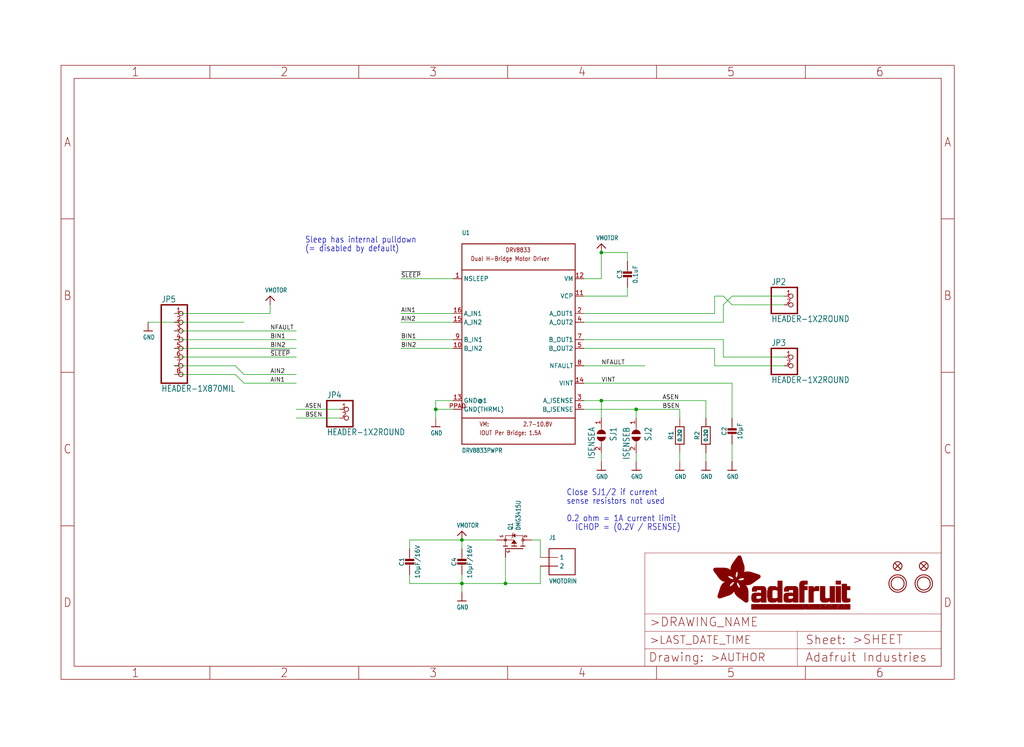
<source format=kicad_sch>
(kicad_sch (version 20211123) (generator eeschema)
  (paper "User" 298.45 217.881)
  (lib_symbols
    (symbol "schematicEagle-eagle-import:CAP_CERAMIC0805-NOOUTLINE"
      (property "Reference" "C" (at -2.29 1.25 90))
      (property "Value" "CAP_CERAMIC0805-NOOUTLINE" (at 2.3 1.25 90))
      (symbol "CAP_CERAMIC0805-NOOUTLINE_1_0"
        (pin passive line (at 0 5.08 270) (length 2.54) (name "1") (number "1"))
        (pin passive line (at 0 -2.54 90) (length 2.54) (name "2") (number "2"))
      )
    )
    (symbol "schematicEagle-eagle-import:DRV8833"
      (property "Reference" "U" (at -17.78 30.48 0))
      (property "Value" "DRV8833" (at -17.78 -33.02 0))
      (symbol "DRV8833_1_0"
        (text "2.7-10.8V" (at 0 -25.4 0) (effects (font (size 1.27 1.0795)) (justify left bottom)))
        (text "DRV8833" (at -5.08 25.4 0) (effects (font (size 1.27 1.0795)) (justify left bottom)))
        (text "Dual H-Bridge Motor Driver" (at -15.24 22.86 0) (effects (font (size 1.27 1.0795)) (justify left bottom)))
        (text "IOUT Per Bridge: 1.5A" (at -12.7 -27.94 0) (effects (font (size 1.27 1.0795)) (justify left bottom)))
        (text "VM:" (at -12.7 -25.4 0) (effects (font (size 1.27 1.0795)) (justify left bottom)))
        (pin input line (at -20.32 17.78 0) (length 2.54) (name "NSLEEP") (number "1"))
        (pin input line (at -20.32 -2.54 0) (length 2.54) (name "B_IN2") (number "10"))
        (pin bidirectional line (at 17.78 12.7 180) (length 2.54) (name "VCP") (number "11"))
        (pin power_in line (at 17.78 17.78 180) (length 2.54) (name "VM") (number "12"))
        (pin power_in line (at -20.32 -17.78 0) (length 2.54) (name "GND@1") (number "13"))
        (pin power_in line (at 17.78 -12.7 180) (length 2.54) (name "VINT") (number "14"))
        (pin input line (at -20.32 5.08 0) (length 2.54) (name "A_IN2") (number "15"))
        (pin input line (at -20.32 7.62 0) (length 2.54) (name "A_IN1") (number "16"))
        (pin output line (at 17.78 7.62 180) (length 2.54) (name "A_OUT1") (number "2"))
        (pin bidirectional line (at 17.78 -17.78 180) (length 2.54) (name "A_ISENSE") (number "3"))
        (pin output line (at 17.78 5.08 180) (length 2.54) (name "A_OUT2") (number "4"))
        (pin output line (at 17.78 -2.54 180) (length 2.54) (name "B_OUT2") (number "5"))
        (pin bidirectional line (at 17.78 -20.32 180) (length 2.54) (name "B_ISENSE") (number "6"))
        (pin output line (at 17.78 0 180) (length 2.54) (name "B_OUT1") (number "7"))
        (pin bidirectional line (at 17.78 -7.62 180) (length 2.54) (name "NFAULT") (number "8"))
        (pin input line (at -20.32 0 0) (length 2.54) (name "B_IN1") (number "9"))
        (pin power_in line (at -20.32 -20.32 0) (length 2.54) (name "GND(THRML)") (number "PPAD"))
      )
    )
    (symbol "schematicEagle-eagle-import:FIDUCIAL{dblquote}{dblquote}")
    (symbol "schematicEagle-eagle-import:FRAME_A4_ADAFRUIT"
      (symbol "FRAME_A4_ADAFRUIT_0_0"
        (text "1" (at 21.6958 1.905 0) (effects (font (size 2.54 2.286))))
        (text "1" (at 21.6958 177.165 0) (effects (font (size 2.54 2.286))))
        (text "2" (at 65.0875 1.905 0) (effects (font (size 2.54 2.286))))
        (text "2" (at 65.0875 177.165 0) (effects (font (size 2.54 2.286))))
        (text "3" (at 108.4792 1.905 0) (effects (font (size 2.54 2.286))))
        (text "3" (at 108.4792 177.165 0) (effects (font (size 2.54 2.286))))
        (text "4" (at 151.8708 1.905 0) (effects (font (size 2.54 2.286))))
        (text "4" (at 151.8708 177.165 0) (effects (font (size 2.54 2.286))))
        (text "5" (at 195.2625 1.905 0) (effects (font (size 2.54 2.286))))
        (text "5" (at 195.2625 177.165 0) (effects (font (size 2.54 2.286))))
        (text "6" (at 238.6542 1.905 0) (effects (font (size 2.54 2.286))))
        (text "6" (at 238.6542 177.165 0) (effects (font (size 2.54 2.286))))
        (text "A" (at 1.905 156.6863 0) (effects (font (size 2.54 2.286))))
        (text "A" (at 258.445 156.6863 0) (effects (font (size 2.54 2.286))))
        (text "B" (at 1.905 111.9188 0) (effects (font (size 2.54 2.286))))
        (text "B" (at 258.445 111.9188 0) (effects (font (size 2.54 2.286))))
        (text "C" (at 1.905 67.1513 0) (effects (font (size 2.54 2.286))))
        (text "C" (at 258.445 67.1513 0) (effects (font (size 2.54 2.286))))
        (text "D" (at 1.905 22.3838 0) (effects (font (size 2.54 2.286))))
        (text "D" (at 258.445 22.3838 0) (effects (font (size 2.54 2.286))))
      )
      (symbol "FRAME_A4_ADAFRUIT_1_0"
        (text ">AUTHOR" (at 189.23 5.08 0) (effects (font (size 2.286 2.286)) (justify left bottom)))
        (text ">DRAWING_NAME" (at 171.45 15.24 0) (effects (font (size 2.54 2.54)) (justify left bottom)))
        (text ">LAST_DATE_TIME" (at 171.45 10.16 0) (effects (font (size 2.286 2.286)) (justify left bottom)))
        (text ">SHEET" (at 230.505 10.16 0) (effects (font (size 2.54 2.54)) (justify left bottom)))
        (text "Adafruit Industries" (at 216.916 4.953 0) (effects (font (size 2.54 2.54)) (justify left bottom)))
        (text "Drawing:" (at 171.196 4.953 0) (effects (font (size 2.54 2.54)) (justify left bottom)))
        (text "Sheet:" (at 216.916 10.033 0) (effects (font (size 2.54 2.54)) (justify left bottom)))
      )
    )
    (symbol "schematicEagle-eagle-import:GND" (power)
      (property "Value" "GND" (at -1.524 -2.54 0))
      (symbol "GND_1_0"
        (pin power_in line (at 0 2.54 270) (length 2.54) (name "GND") (number "1"))
      )
    )
    (symbol "schematicEagle-eagle-import:HEADER-1X2ROUND"
      (property "Reference" "JP" (at -6.35 5.715 0))
      (property "Value" "HEADER-1X2ROUND" (at -6.35 -5.08 0))
      (symbol "HEADER-1X2ROUND_1_0"
        (pin passive inverted (at -2.54 2.54 0) (length 2.54) (name "1") (number "1"))
        (pin passive inverted (at -2.54 0 0) (length 2.54) (name "2") (number "2"))
      )
    )
    (symbol "schematicEagle-eagle-import:HEADER-1X870MIL"
      (property "Reference" "JP" (at -6.35 13.335 0))
      (property "Value" "HEADER-1X870MIL" (at -6.35 -12.7 0))
      (symbol "HEADER-1X870MIL_1_0"
        (pin passive inverted (at -2.54 10.16 0) (length 2.54) (name "1") (number "1"))
        (pin passive inverted (at -2.54 7.62 0) (length 2.54) (name "2") (number "2"))
        (pin passive inverted (at -2.54 5.08 0) (length 2.54) (name "3") (number "3"))
        (pin passive inverted (at -2.54 2.54 0) (length 2.54) (name "4") (number "4"))
        (pin passive inverted (at -2.54 0 0) (length 2.54) (name "5") (number "5"))
        (pin passive inverted (at -2.54 -2.54 0) (length 2.54) (name "6") (number "6"))
        (pin passive inverted (at -2.54 -5.08 0) (length 2.54) (name "7") (number "7"))
        (pin passive inverted (at -2.54 -7.62 0) (length 2.54) (name "8") (number "8"))
      )
    )
    (symbol "schematicEagle-eagle-import:MOSFET-PWIDE"
      (property "Reference" "Q" (at 2.794 0.381 0))
      (property "Value" "MOSFET-PWIDE" (at 2.794 -1.905 0))
      (symbol "MOSFET-PWIDE_1_0"
        (text "D" (at 0.635 -3.81 0) (effects (font (size 0.8128 0.6908)) (justify left bottom)))
        (text "G" (at -3.81 1.27 0) (effects (font (size 0.8128 0.6908)) (justify left bottom)))
        (text "S" (at 0.635 3.175 0) (effects (font (size 0.8128 0.6908)) (justify left bottom)))
        (pin passive line (at -5.08 2.54 0) (length 2.54) (name "G") (number "1"))
        (pin passive line (at 0 5.08 270) (length 2.54) (name "S") (number "2"))
        (pin passive line (at 0 -5.08 90) (length 2.54) (name "D") (number "3"))
      )
    )
    (symbol "schematicEagle-eagle-import:MOUNTINGHOLE2.5")
    (symbol "schematicEagle-eagle-import:RESISTOR_1206"
      (property "Reference" "R" (at 0 2.54 0))
      (property "Value" "RESISTOR_1206" (at 0 0 0))
      (symbol "RESISTOR_1206_1_0"
        (pin passive line (at -5.08 0 0) (length 2.54) (name "1") (number "1"))
        (pin passive line (at 5.08 0 180) (length 2.54) (name "2") (number "2"))
      )
    )
    (symbol "schematicEagle-eagle-import:SOLDERJUMPER"
      (property "Reference" "SJ" (at -2.54 2.54 0))
      (property "Value" "SOLDERJUMPER" (at -2.54 -3.81 0))
      (symbol "SOLDERJUMPER_1_0"
        (pin passive line (at -5.08 0 0) (length 2.54) (name "1") (number "1"))
        (pin passive line (at 5.08 0 180) (length 2.54) (name "2") (number "2"))
      )
    )
    (symbol "schematicEagle-eagle-import:TERMBLOCK_1X2"
      (property "Reference" "X" (at -2.54 7.62 0))
      (property "Value" "TERMBLOCK_1X2" (at -2.54 -5.08 0))
      (symbol "TERMBLOCK_1X2_1_0"
        (pin passive line (at -5.08 2.54 0) (length 5.08) (name "1") (number "1"))
        (pin passive line (at -5.08 0 0) (length 5.08) (name "2") (number "2"))
      )
    )
    (symbol "schematicEagle-eagle-import:VMOTOR" (power)
      (property "Value" "VMOTOR" (at -1.524 1.016 0))
      (symbol "VMOTOR_1_0"
        (pin power_in line (at 0 -2.54 90) (length 2.54) (name "VMOTOR") (number "1"))
      )
    )
  )
  (junction (at 175.26 73.66))
  (junction (at 127 119.38))
  (junction (at 147.32 170.18))
  (junction (at 175.26 116.84))
  (junction (at 185.42 119.38))
  (junction (at 134.62 157.48))
  (junction (at 134.62 170.18))
  (wire (pts (xy 144.78 157.48) (xy 134.62 157.48)))
  (wire (pts (xy 132.08 99.06) (xy 116.84 99.06)))
  (wire (pts (xy 157.48 170.18) (xy 157.48 165.1)))
  (wire (pts (xy 170.18 91.44) (xy 208.28 91.44)))
  (wire (pts (xy 50.8 106.68) (xy 68.58 106.68)))
  (wire (pts (xy 175.26 81.28) (xy 175.26 73.66)))
  (wire (pts (xy 228.6 88.9) (xy 213.36 88.9)))
  (wire (pts (xy 170.18 86.36) (xy 182.88 86.36)))
  (wire (pts (xy 175.26 132.08) (xy 175.26 134.62)))
  (wire (pts (xy 205.74 116.84) (xy 205.74 121.92)))
  (wire (pts (xy 50.8 101.6) (xy 86.36 101.6)))
  (wire (pts (xy 132.08 119.38) (xy 127 119.38)))
  (wire (pts (xy 208.28 86.36) (xy 210.82 86.36)))
  (wire (pts (xy 99.06 121.92) (xy 86.36 121.92)))
  (wire (pts (xy 127 119.38) (xy 127 121.92)))
  (wire (pts (xy 50.8 96.52) (xy 86.36 96.52)))
  (wire (pts (xy 170.18 101.6) (xy 208.28 101.6)))
  (wire (pts (xy 68.58 109.22) (xy 71.12 111.76)))
  (wire (pts (xy 182.88 86.36) (xy 182.88 83.82)))
  (wire (pts (xy 132.08 93.98) (xy 116.84 93.98)))
  (wire (pts (xy 119.38 157.48) (xy 119.38 160.02)))
  (wire (pts (xy 198.12 132.08) (xy 198.12 134.62)))
  (wire (pts (xy 175.26 116.84) (xy 175.26 121.92)))
  (wire (pts (xy 134.62 170.18) (xy 147.32 170.18)))
  (wire (pts (xy 198.12 119.38) (xy 198.12 121.92)))
  (wire (pts (xy 134.62 157.48) (xy 134.62 160.02)))
  (wire (pts (xy 205.74 132.08) (xy 205.74 134.62)))
  (wire (pts (xy 119.38 170.18) (xy 119.38 167.64)))
  (wire (pts (xy 147.32 162.56) (xy 147.32 170.18)))
  (wire (pts (xy 132.08 101.6) (xy 116.84 101.6)))
  (wire (pts (xy 134.62 170.18) (xy 119.38 170.18)))
  (wire (pts (xy 210.82 99.06) (xy 210.82 104.14)))
  (wire (pts (xy 213.36 111.76) (xy 213.36 121.92)))
  (wire (pts (xy 71.12 109.22) (xy 86.36 109.22)))
  (wire (pts (xy 228.6 86.36) (xy 213.36 86.36)))
  (wire (pts (xy 228.6 104.14) (xy 210.82 104.14)))
  (wire (pts (xy 71.12 111.76) (xy 86.36 111.76)))
  (wire (pts (xy 86.36 104.14) (xy 50.8 104.14)))
  (wire (pts (xy 170.18 111.76) (xy 213.36 111.76)))
  (wire (pts (xy 210.82 93.98) (xy 210.82 88.9)))
  (wire (pts (xy 170.18 99.06) (xy 210.82 99.06)))
  (wire (pts (xy 132.08 81.28) (xy 116.84 81.28)))
  (wire (pts (xy 170.18 116.84) (xy 175.26 116.84)))
  (wire (pts (xy 175.26 73.66) (xy 182.88 73.66)))
  (wire (pts (xy 99.06 119.38) (xy 86.36 119.38)))
  (wire (pts (xy 154.94 157.48) (xy 157.48 157.48)))
  (wire (pts (xy 208.28 91.44) (xy 208.28 86.36)))
  (wire (pts (xy 210.82 86.36) (xy 213.36 88.9)))
  (wire (pts (xy 50.8 91.44) (xy 78.74 91.44)))
  (wire (pts (xy 210.82 88.9) (xy 213.36 86.36)))
  (wire (pts (xy 170.18 81.28) (xy 175.26 81.28)))
  (wire (pts (xy 134.62 170.18) (xy 134.62 172.72)))
  (wire (pts (xy 68.58 106.68) (xy 71.12 109.22)))
  (wire (pts (xy 147.32 170.18) (xy 157.48 170.18)))
  (wire (pts (xy 134.62 170.18) (xy 134.62 167.64)))
  (wire (pts (xy 185.42 132.08) (xy 185.42 134.62)))
  (wire (pts (xy 185.42 119.38) (xy 198.12 119.38)))
  (wire (pts (xy 71.12 93.98) (xy 50.8 93.98)))
  (wire (pts (xy 228.6 106.68) (xy 208.28 106.68)))
  (wire (pts (xy 170.18 106.68) (xy 187.96 106.68)))
  (wire (pts (xy 175.26 116.84) (xy 205.74 116.84)))
  (wire (pts (xy 185.42 119.38) (xy 185.42 121.92)))
  (wire (pts (xy 208.28 101.6) (xy 208.28 106.68)))
  (wire (pts (xy 157.48 157.48) (xy 157.48 162.56)))
  (wire (pts (xy 127 116.84) (xy 127 119.38)))
  (wire (pts (xy 134.62 157.48) (xy 119.38 157.48)))
  (wire (pts (xy 86.36 99.06) (xy 50.8 99.06)))
  (wire (pts (xy 132.08 116.84) (xy 127 116.84)))
  (wire (pts (xy 182.88 73.66) (xy 182.88 76.2)))
  (wire (pts (xy 132.08 91.44) (xy 116.84 91.44)))
  (wire (pts (xy 170.18 93.98) (xy 210.82 93.98)))
  (wire (pts (xy 78.74 91.44) (xy 78.74 88.9)))
  (wire (pts (xy 50.8 93.98) (xy 43.18 93.98)))
  (wire (pts (xy 170.18 119.38) (xy 185.42 119.38)))
  (wire (pts (xy 50.8 109.22) (xy 68.58 109.22)))
  (wire (pts (xy 213.36 129.54) (xy 213.36 134.62)))
  (text "0.2 ohm = 1A current limit" (at 165.1 152.4 180) (effects (font (size 1.778 1.5113)) (justify left bottom)))
  (text "(= disabled by default)" (at 88.9 73.66 180) (effects (font (size 1.778 1.5113)) (justify left bottom)))
  (text "Close SJ1/2 if current" (at 165.1 144.78 180) (effects (font (size 1.778 1.5113)) (justify left bottom)))
  (text "sense resistors not used" (at 165.1 147.32 180) (effects (font (size 1.778 1.5113)) (justify left bottom)))
  (text "Sleep has internal pulldown" (at 88.9 71.12 180) (effects (font (size 1.778 1.5113)) (justify left bottom)))
  (text "ICHOP = (0.2V / RSENSE)" (at 167.64 154.94 180) (effects (font (size 1.778 1.5113)) (justify left bottom)))
  (label "BIN1" (at 78.74 99.06 0) (effects (font (size 1.2446 1.2446))))
  (label "ASEN" (at 193.04 116.84 0) (effects (font (size 1.2446 1.2446))))
  (label "NFAULT" (at 78.74 96.52 0) (effects (font (size 1.2446 1.2446))))
  (label "BIN2" (at 116.84 101.6 0) (effects (font (size 1.2446 1.2446))))
  (label "VINT" (at 175.26 111.76 0) (effects (font (size 1.2446 1.2446))))
  (label "~{SLEEP}" (at 116.84 81.28 0) (effects (font (size 1.2446 1.2446))))
  (label "ASEN" (at 88.9 119.38 0) (effects (font (size 1.2446 1.2446))))
  (label "NFAULT" (at 175.26 106.68 0) (effects (font (size 1.2446 1.2446))))
  (label "BSEN" (at 193.04 119.38 0) (effects (font (size 1.2446 1.2446))))
  (label "AIN1" (at 78.74 111.76 0) (effects (font (size 1.2446 1.2446))))
  (label "AIN1" (at 116.84 91.44 0) (effects (font (size 1.2446 1.2446))))
  (label "~{SLEEP}" (at 78.74 104.14 0) (effects (font (size 1.2446 1.2446))))
  (label "AIN2" (at 116.84 93.98 0) (effects (font (size 1.2446 1.2446))))
  (label "BIN1" (at 116.84 99.06 0) (effects (font (size 1.2446 1.2446))))
  (label "BIN2" (at 78.74 101.6 0) (effects (font (size 1.2446 1.2446))))
  (label "BSEN" (at 88.9 121.92 0) (effects (font (size 1.2446 1.2446))))
  (label "AIN2" (at 78.74 109.22 0) (effects (font (size 1.2446 1.2446))))
  (symbol (lib_id "schematicEagle-eagle-import:VMOTOR") (at 175.26 71.12 0) (unit 1)
    (property "Reference" "#U$4" (effects hide))
    (property "Value" "VMOTOR" (at 173.736 70.104 0) (effects (font (size 1.27 1.0795)) (justify left bottom)))
    (property "Footprint" "schematicEagle:" (effects hide))
  )
  (symbol (lib_id "schematicEagle-eagle-import:FIDUCIAL{dblquote}{dblquote}") (at 269.24 165.1 0) (unit 1)
    (property "Reference" "FID1" (effects hide))
    (property "Value" "FIDUCIAL{dblquote}{dblquote}" (effects hide))
    (property "Footprint" "schematicEagle:FIDUCIAL_1MM" (effects hide))
  )
  (symbol (lib_id "schematicEagle-eagle-import:FIDUCIAL{dblquote}{dblquote}") (at 261.62 165.1 0) (unit 1)
    (property "Reference" "FID2" (effects hide))
    (property "Value" "FIDUCIAL{dblquote}{dblquote}" (effects hide))
    (property "Footprint" "schematicEagle:FIDUCIAL_1MM" (effects hide))
  )
  (symbol (lib_id "schematicEagle-eagle-import:GND") (at 198.12 137.16 0) (unit 1)
    (property "Reference" "#U$2" (effects hide))
    (property "Value" "GND" (at 196.596 139.7 0) (effects (font (size 1.27 1.0795)) (justify left bottom)))
    (property "Footprint" "schematicEagle:" (effects hide))
  )
  (symbol (lib_id "schematicEagle-eagle-import:RESISTOR_1206") (at 205.74 127 90) (unit 1)
    (property "Reference" "R2" (at 203.2 127 0))
    (property "Value" "0.2Ω" (at 205.74 127 0) (effects (font (size 1.016 1.016) bold)))
    (property "Footprint" "schematicEagle:_1206" (effects hide))
  )
  (symbol (lib_id "schematicEagle-eagle-import:VMOTOR") (at 78.74 86.36 0) (unit 1)
    (property "Reference" "#U$11" (effects hide))
    (property "Value" "VMOTOR" (at 77.216 85.344 0) (effects (font (size 1.27 1.0795)) (justify left bottom)))
    (property "Footprint" "schematicEagle:" (effects hide))
  )
  (symbol (lib_id "schematicEagle-eagle-import:GND") (at 43.18 96.52 0) (unit 1)
    (property "Reference" "#U$12" (effects hide))
    (property "Value" "GND" (at 41.656 99.06 0) (effects (font (size 1.27 1.0795)) (justify left bottom)))
    (property "Footprint" "schematicEagle:" (effects hide))
  )
  (symbol (lib_id "schematicEagle-eagle-import:HEADER-1X870MIL") (at 53.34 101.6 0) (unit 1)
    (property "Reference" "JP5" (at 46.99 88.265 0) (effects (font (size 1.778 1.5113)) (justify left bottom)))
    (property "Value" "HEADER-1X870MIL" (at 46.99 114.3 0) (effects (font (size 1.778 1.5113)) (justify left bottom)))
    (property "Footprint" "schematicEagle:1X08_ROUND_70" (effects hide))
  )
  (symbol (lib_id "schematicEagle-eagle-import:GND") (at 205.74 137.16 0) (unit 1)
    (property "Reference" "#U$3" (effects hide))
    (property "Value" "GND" (at 204.216 139.7 0) (effects (font (size 1.27 1.0795)) (justify left bottom)))
    (property "Footprint" "schematicEagle:" (effects hide))
  )
  (symbol (lib_id "schematicEagle-eagle-import:DRV8833") (at 152.4 99.06 0) (unit 1)
    (property "Reference" "U1" (at 134.62 68.58 0) (effects (font (size 1.27 1.0795)) (justify left bottom)))
    (property "Value" "DRV8833PWPR" (at 134.62 132.08 0) (effects (font (size 1.27 1.0795)) (justify left bottom)))
    (property "Footprint" "schematicEagle:HTSSOP16" (effects hide))
  )
  (symbol (lib_id "schematicEagle-eagle-import:CAP_CERAMIC0805-NOOUTLINE") (at 213.36 127 0) (unit 1)
    (property "Reference" "C2" (at 211.07 125.75 90))
    (property "Value" "10µF" (at 215.66 125.75 90))
    (property "Footprint" "schematicEagle:0805-NO" (effects hide))
  )
  (symbol (lib_id "schematicEagle-eagle-import:CAP_CERAMIC0805-NOOUTLINE") (at 134.62 165.1 0) (unit 1)
    (property "Reference" "C4" (at 132.33 163.85 90))
    (property "Value" "10µF/16V" (at 136.92 163.85 90))
    (property "Footprint" "schematicEagle:0805-NO" (effects hide))
  )
  (symbol (lib_id "schematicEagle-eagle-import:GND") (at 213.36 137.16 0) (unit 1)
    (property "Reference" "#U$7" (effects hide))
    (property "Value" "GND" (at 211.836 139.7 0) (effects (font (size 1.27 1.0795)) (justify left bottom)))
    (property "Footprint" "schematicEagle:" (effects hide))
  )
  (symbol (lib_id "schematicEagle-eagle-import:GND") (at 185.42 137.16 0) (unit 1)
    (property "Reference" "#U$10" (effects hide))
    (property "Value" "GND" (at 183.896 139.7 0) (effects (font (size 1.27 1.0795)) (justify left bottom)))
    (property "Footprint" "schematicEagle:" (effects hide))
  )
  (symbol (lib_id "schematicEagle-eagle-import:VMOTOR") (at 134.62 154.94 0) (unit 1)
    (property "Reference" "#U$5" (effects hide))
    (property "Value" "VMOTOR" (at 133.096 153.924 0) (effects (font (size 1.27 1.0795)) (justify left bottom)))
    (property "Footprint" "schematicEagle:" (effects hide))
  )
  (symbol (lib_id "schematicEagle-eagle-import:MOUNTINGHOLE2.5") (at 261.62 170.18 0) (unit 1)
    (property "Reference" "U$13" (effects hide))
    (property "Value" "MOUNTINGHOLE2.5" (effects hide))
    (property "Footprint" "schematicEagle:MOUNTINGHOLE_2.5_PLATED" (effects hide))
  )
  (symbol (lib_id "schematicEagle-eagle-import:HEADER-1X2ROUND") (at 231.14 88.9 0) (unit 1)
    (property "Reference" "JP2" (at 224.79 83.185 0) (effects (font (size 1.778 1.5113)) (justify left bottom)))
    (property "Value" "HEADER-1X2ROUND" (at 224.79 93.98 0) (effects (font (size 1.778 1.5113)) (justify left bottom)))
    (property "Footprint" "schematicEagle:1X02_ROUND" (effects hide))
  )
  (symbol (lib_id "schematicEagle-eagle-import:MOSFET-PWIDE") (at 149.86 157.48 90) (unit 1)
    (property "Reference" "Q1" (at 149.479 154.686 0) (effects (font (size 1.27 1.0795)) (justify left bottom)))
    (property "Value" "DMG3415U" (at 151.765 154.686 0) (effects (font (size 1.27 1.0795)) (justify left bottom)))
    (property "Footprint" "schematicEagle:SOT23-WIDE" (effects hide))
  )
  (symbol (lib_id "schematicEagle-eagle-import:SOLDERJUMPER") (at 175.26 127 270) (unit 1)
    (property "Reference" "SJ1" (at 177.8 124.46 0) (effects (font (size 1.778 1.5113)) (justify left bottom)))
    (property "Value" "ISENSEA" (at 171.45 124.46 0) (effects (font (size 1.778 1.5113)) (justify left bottom)))
    (property "Footprint" "schematicEagle:SOLDERJUMPER_ARROW_NOPASTE" (effects hide))
  )
  (symbol (lib_id "schematicEagle-eagle-import:RESISTOR_1206") (at 198.12 127 90) (unit 1)
    (property "Reference" "R1" (at 195.58 127 0))
    (property "Value" "0.2Ω" (at 198.12 127 0) (effects (font (size 1.016 1.016) bold)))
    (property "Footprint" "schematicEagle:_1206" (effects hide))
  )
  (symbol (lib_id "schematicEagle-eagle-import:HEADER-1X2ROUND") (at 231.14 106.68 0) (unit 1)
    (property "Reference" "JP3" (at 224.79 100.965 0) (effects (font (size 1.778 1.5113)) (justify left bottom)))
    (property "Value" "HEADER-1X2ROUND" (at 224.79 111.76 0) (effects (font (size 1.778 1.5113)) (justify left bottom)))
    (property "Footprint" "schematicEagle:1X02_ROUND" (effects hide))
  )
  (symbol (lib_id "schematicEagle-eagle-import:CAP_CERAMIC0805-NOOUTLINE") (at 119.38 165.1 0) (unit 1)
    (property "Reference" "C1" (at 117.09 163.85 90))
    (property "Value" "10µF/16V" (at 121.68 163.85 90))
    (property "Footprint" "schematicEagle:0805-NO" (effects hide))
  )
  (symbol (lib_id "schematicEagle-eagle-import:CAP_CERAMIC0805-NOOUTLINE") (at 182.88 81.28 0) (unit 1)
    (property "Reference" "C3" (at 180.59 80.03 90))
    (property "Value" "0.1uF" (at 185.18 80.03 90))
    (property "Footprint" "schematicEagle:0805-NO" (effects hide))
  )
  (symbol (lib_id "schematicEagle-eagle-import:HEADER-1X2ROUND") (at 101.6 121.92 0) (unit 1)
    (property "Reference" "JP4" (at 95.25 116.205 0) (effects (font (size 1.778 1.5113)) (justify left bottom)))
    (property "Value" "HEADER-1X2ROUND" (at 95.25 127 0) (effects (font (size 1.778 1.5113)) (justify left bottom)))
    (property "Footprint" "schematicEagle:1X02_ROUND" (effects hide))
  )
  (symbol (lib_id "schematicEagle-eagle-import:SOLDERJUMPER") (at 185.42 127 270) (unit 1)
    (property "Reference" "SJ2" (at 187.96 124.46 0) (effects (font (size 1.778 1.5113)) (justify left bottom)))
    (property "Value" "ISENSEB" (at 181.61 124.46 0) (effects (font (size 1.778 1.5113)) (justify left bottom)))
    (property "Footprint" "schematicEagle:SOLDERJUMPER_ARROW_NOPASTE" (effects hide))
  )
  (symbol (lib_id "schematicEagle-eagle-import:FRAME_A4_ADAFRUIT") (at 17.78 198.12 0) (unit 1)
    (property "Reference" "#U$1" (effects hide))
    (property "Value" "FRAME_A4_ADAFRUIT" (effects hide))
    (property "Footprint" "schematicEagle:" (effects hide))
  )
  (symbol (lib_id "schematicEagle-eagle-import:GND") (at 175.26 137.16 0) (unit 1)
    (property "Reference" "#U$8" (effects hide))
    (property "Value" "GND" (at 173.736 139.7 0) (effects (font (size 1.27 1.0795)) (justify left bottom)))
    (property "Footprint" "schematicEagle:" (effects hide))
  )
  (symbol (lib_id "schematicEagle-eagle-import:GND") (at 134.62 175.26 0) (unit 1)
    (property "Reference" "#U$6" (effects hide))
    (property "Value" "GND" (at 133.096 177.8 0) (effects (font (size 1.27 1.0795)) (justify left bottom)))
    (property "Footprint" "schematicEagle:" (effects hide))
  )
  (symbol (lib_id "schematicEagle-eagle-import:MOUNTINGHOLE2.5") (at 269.24 170.18 0) (unit 1)
    (property "Reference" "U$14" (effects hide))
    (property "Value" "MOUNTINGHOLE2.5" (effects hide))
    (property "Footprint" "schematicEagle:MOUNTINGHOLE_2.5_PLATED" (effects hide))
  )
  (symbol (lib_id "schematicEagle-eagle-import:GND") (at 127 124.46 0) (unit 1)
    (property "Reference" "#U$9" (effects hide))
    (property "Value" "GND" (at 125.476 127 0) (effects (font (size 1.27 1.0795)) (justify left bottom)))
    (property "Footprint" "schematicEagle:" (effects hide))
  )
  (symbol (lib_id "schematicEagle-eagle-import:TERMBLOCK_1X2") (at 162.56 165.1 0) (unit 1)
    (property "Reference" "J1" (at 160.02 157.48 0) (effects (font (size 1.27 1.0795)) (justify left bottom)))
    (property "Value" "VMOTORIN" (at 160.02 170.18 0) (effects (font (size 1.27 1.0795)) (justify left bottom)))
    (property "Footprint" "schematicEagle:TERMBLOCK_1X2-3.5MM" (effects hide))
  )
)
</source>
